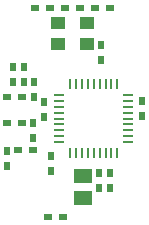
<source format=gtp>
%FSLAX24Y24*%
%MOIN*%
G70*
G01*
G75*
G04 Layer_Color=8421504*
%ADD10C,0.0080*%
%ADD11R,0.0200X0.0250*%
%ADD12R,0.0250X0.0200*%
%ADD13R,0.0472X0.0433*%
%ADD14R,0.0110X0.0354*%
%ADD15R,0.0354X0.0110*%
%ADD16R,0.0354X0.0110*%
%ADD17R,0.0591X0.0512*%
%ADD18C,0.0100*%
%ADD19C,0.0300*%
%ADD20C,0.0060*%
%ADD21R,0.0510X0.0300*%
%ADD22C,0.0320*%
%ADD23C,0.0050*%
%ADD24C,0.0043*%
D11*
X6720Y5150D02*
D03*
X6720Y5650D02*
D03*
X6370Y5150D02*
D03*
X6370Y5650D02*
D03*
X6420Y9400D02*
D03*
X6420Y9900D02*
D03*
X4770Y6210D02*
D03*
X4770Y5710D02*
D03*
X3300Y6390D02*
D03*
X3300Y5890D02*
D03*
X4170Y6800D02*
D03*
X4170Y7300D02*
D03*
X3840Y8690D02*
D03*
X3840Y9190D02*
D03*
X3500Y8690D02*
D03*
X3500Y9190D02*
D03*
X4180Y8690D02*
D03*
X4180Y8190D02*
D03*
X4520Y8000D02*
D03*
X4520Y7500D02*
D03*
X7800Y8060D02*
D03*
X7800Y7560D02*
D03*
D12*
X6220Y11140D02*
D03*
X6720Y11140D02*
D03*
X4720Y11150D02*
D03*
X4220Y11150D02*
D03*
X4670Y4190D02*
D03*
X5170Y4190D02*
D03*
X4170Y6400D02*
D03*
X3670Y6400D02*
D03*
X3300Y7310D02*
D03*
X3800Y7310D02*
D03*
X3800Y8190D02*
D03*
X3300Y8190D02*
D03*
X5720Y11140D02*
D03*
X5220Y11140D02*
D03*
D13*
X5940Y9949D02*
D03*
X5940Y10651D02*
D03*
X5000Y9951D02*
D03*
X5000Y10651D02*
D03*
D14*
X6180Y6302D02*
D03*
X5786Y6302D02*
D03*
X5392Y6302D02*
D03*
X5392Y8598D02*
D03*
X6967Y6302D02*
D03*
X5983Y6302D02*
D03*
X6770Y6302D02*
D03*
X6574Y6302D02*
D03*
X6377Y6302D02*
D03*
X5589Y6302D02*
D03*
X5589Y8598D02*
D03*
X6377Y8598D02*
D03*
X6574Y8598D02*
D03*
X5786Y8598D02*
D03*
X5983Y8598D02*
D03*
X6180Y8598D02*
D03*
X6770Y8598D02*
D03*
X6967Y8598D02*
D03*
D15*
X5022Y8247D02*
D03*
X7318Y8247D02*
D03*
X7318Y6672D02*
D03*
X7318Y8050D02*
D03*
X7318Y7263D02*
D03*
X7318Y7066D02*
D03*
X7318Y7854D02*
D03*
X7318Y7657D02*
D03*
X7318Y7460D02*
D03*
X5022Y6672D02*
D03*
X5022Y7460D02*
D03*
X5022Y7657D02*
D03*
X5022Y6869D02*
D03*
X5022Y7066D02*
D03*
X5022Y7263D02*
D03*
X5022Y7854D02*
D03*
X5022Y8050D02*
D03*
D16*
X7318Y6869D02*
D03*
D17*
X5820Y4802D02*
D03*
X5820Y5550D02*
D03*
M02*

</source>
